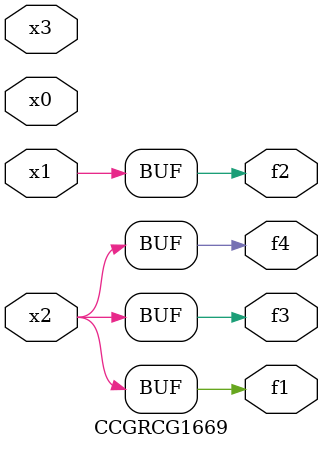
<source format=v>
module CCGRCG1669(
	input x0, x1, x2, x3,
	output f1, f2, f3, f4
);
	assign f1 = x2;
	assign f2 = x1;
	assign f3 = x2;
	assign f4 = x2;
endmodule

</source>
